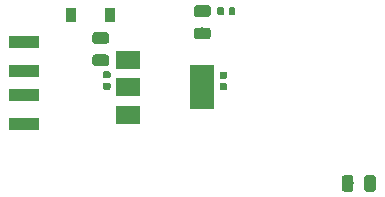
<source format=gbr>
G04 #@! TF.GenerationSoftware,KiCad,Pcbnew,5.0.2-bee76a0~70~ubuntu18.04.1*
G04 #@! TF.CreationDate,2020-06-29T01:54:23-07:00*
G04 #@! TF.ProjectId,qrng,71726e67-2e6b-4696-9361-645f70636258,1*
G04 #@! TF.SameCoordinates,Original*
G04 #@! TF.FileFunction,Paste,Bot*
G04 #@! TF.FilePolarity,Positive*
%FSLAX46Y46*%
G04 Gerber Fmt 4.6, Leading zero omitted, Abs format (unit mm)*
G04 Created by KiCad (PCBNEW 5.0.2-bee76a0~70~ubuntu18.04.1) date Mon 29 Jun 2020 01:54:23 AM MST*
%MOMM*%
%LPD*%
G01*
G04 APERTURE LIST*
%ADD10R,2.500000X1.100000*%
%ADD11C,0.100000*%
%ADD12C,0.590000*%
%ADD13R,0.900000X1.200000*%
%ADD14C,0.975000*%
%ADD15R,2.000000X1.500000*%
%ADD16R,2.000000X3.800000*%
G04 APERTURE END LIST*
D10*
G04 #@! TO.C,J1*
X128400000Y-103500000D03*
X128400000Y-96500000D03*
X128400000Y-101000000D03*
X128400000Y-99000000D03*
G04 #@! TD*
D11*
G04 #@! TO.C,C8*
G36*
X135596958Y-99980710D02*
X135611276Y-99982834D01*
X135625317Y-99986351D01*
X135638946Y-99991228D01*
X135652031Y-99997417D01*
X135664447Y-100004858D01*
X135676073Y-100013481D01*
X135686798Y-100023202D01*
X135696519Y-100033927D01*
X135705142Y-100045553D01*
X135712583Y-100057969D01*
X135718772Y-100071054D01*
X135723649Y-100084683D01*
X135727166Y-100098724D01*
X135729290Y-100113042D01*
X135730000Y-100127500D01*
X135730000Y-100422500D01*
X135729290Y-100436958D01*
X135727166Y-100451276D01*
X135723649Y-100465317D01*
X135718772Y-100478946D01*
X135712583Y-100492031D01*
X135705142Y-100504447D01*
X135696519Y-100516073D01*
X135686798Y-100526798D01*
X135676073Y-100536519D01*
X135664447Y-100545142D01*
X135652031Y-100552583D01*
X135638946Y-100558772D01*
X135625317Y-100563649D01*
X135611276Y-100567166D01*
X135596958Y-100569290D01*
X135582500Y-100570000D01*
X135237500Y-100570000D01*
X135223042Y-100569290D01*
X135208724Y-100567166D01*
X135194683Y-100563649D01*
X135181054Y-100558772D01*
X135167969Y-100552583D01*
X135155553Y-100545142D01*
X135143927Y-100536519D01*
X135133202Y-100526798D01*
X135123481Y-100516073D01*
X135114858Y-100504447D01*
X135107417Y-100492031D01*
X135101228Y-100478946D01*
X135096351Y-100465317D01*
X135092834Y-100451276D01*
X135090710Y-100436958D01*
X135090000Y-100422500D01*
X135090000Y-100127500D01*
X135090710Y-100113042D01*
X135092834Y-100098724D01*
X135096351Y-100084683D01*
X135101228Y-100071054D01*
X135107417Y-100057969D01*
X135114858Y-100045553D01*
X135123481Y-100033927D01*
X135133202Y-100023202D01*
X135143927Y-100013481D01*
X135155553Y-100004858D01*
X135167969Y-99997417D01*
X135181054Y-99991228D01*
X135194683Y-99986351D01*
X135208724Y-99982834D01*
X135223042Y-99980710D01*
X135237500Y-99980000D01*
X135582500Y-99980000D01*
X135596958Y-99980710D01*
X135596958Y-99980710D01*
G37*
D12*
X135410000Y-100275000D03*
D11*
G36*
X135596958Y-99010710D02*
X135611276Y-99012834D01*
X135625317Y-99016351D01*
X135638946Y-99021228D01*
X135652031Y-99027417D01*
X135664447Y-99034858D01*
X135676073Y-99043481D01*
X135686798Y-99053202D01*
X135696519Y-99063927D01*
X135705142Y-99075553D01*
X135712583Y-99087969D01*
X135718772Y-99101054D01*
X135723649Y-99114683D01*
X135727166Y-99128724D01*
X135729290Y-99143042D01*
X135730000Y-99157500D01*
X135730000Y-99452500D01*
X135729290Y-99466958D01*
X135727166Y-99481276D01*
X135723649Y-99495317D01*
X135718772Y-99508946D01*
X135712583Y-99522031D01*
X135705142Y-99534447D01*
X135696519Y-99546073D01*
X135686798Y-99556798D01*
X135676073Y-99566519D01*
X135664447Y-99575142D01*
X135652031Y-99582583D01*
X135638946Y-99588772D01*
X135625317Y-99593649D01*
X135611276Y-99597166D01*
X135596958Y-99599290D01*
X135582500Y-99600000D01*
X135237500Y-99600000D01*
X135223042Y-99599290D01*
X135208724Y-99597166D01*
X135194683Y-99593649D01*
X135181054Y-99588772D01*
X135167969Y-99582583D01*
X135155553Y-99575142D01*
X135143927Y-99566519D01*
X135133202Y-99556798D01*
X135123481Y-99546073D01*
X135114858Y-99534447D01*
X135107417Y-99522031D01*
X135101228Y-99508946D01*
X135096351Y-99495317D01*
X135092834Y-99481276D01*
X135090710Y-99466958D01*
X135090000Y-99452500D01*
X135090000Y-99157500D01*
X135090710Y-99143042D01*
X135092834Y-99128724D01*
X135096351Y-99114683D01*
X135101228Y-99101054D01*
X135107417Y-99087969D01*
X135114858Y-99075553D01*
X135123481Y-99063927D01*
X135133202Y-99053202D01*
X135143927Y-99043481D01*
X135155553Y-99034858D01*
X135167969Y-99027417D01*
X135181054Y-99021228D01*
X135194683Y-99016351D01*
X135208724Y-99012834D01*
X135223042Y-99010710D01*
X135237500Y-99010000D01*
X135582500Y-99010000D01*
X135596958Y-99010710D01*
X135596958Y-99010710D01*
G37*
D12*
X135410000Y-99305000D03*
G04 #@! TD*
D11*
G04 #@! TO.C,C9*
G36*
X145466958Y-100015710D02*
X145481276Y-100017834D01*
X145495317Y-100021351D01*
X145508946Y-100026228D01*
X145522031Y-100032417D01*
X145534447Y-100039858D01*
X145546073Y-100048481D01*
X145556798Y-100058202D01*
X145566519Y-100068927D01*
X145575142Y-100080553D01*
X145582583Y-100092969D01*
X145588772Y-100106054D01*
X145593649Y-100119683D01*
X145597166Y-100133724D01*
X145599290Y-100148042D01*
X145600000Y-100162500D01*
X145600000Y-100457500D01*
X145599290Y-100471958D01*
X145597166Y-100486276D01*
X145593649Y-100500317D01*
X145588772Y-100513946D01*
X145582583Y-100527031D01*
X145575142Y-100539447D01*
X145566519Y-100551073D01*
X145556798Y-100561798D01*
X145546073Y-100571519D01*
X145534447Y-100580142D01*
X145522031Y-100587583D01*
X145508946Y-100593772D01*
X145495317Y-100598649D01*
X145481276Y-100602166D01*
X145466958Y-100604290D01*
X145452500Y-100605000D01*
X145107500Y-100605000D01*
X145093042Y-100604290D01*
X145078724Y-100602166D01*
X145064683Y-100598649D01*
X145051054Y-100593772D01*
X145037969Y-100587583D01*
X145025553Y-100580142D01*
X145013927Y-100571519D01*
X145003202Y-100561798D01*
X144993481Y-100551073D01*
X144984858Y-100539447D01*
X144977417Y-100527031D01*
X144971228Y-100513946D01*
X144966351Y-100500317D01*
X144962834Y-100486276D01*
X144960710Y-100471958D01*
X144960000Y-100457500D01*
X144960000Y-100162500D01*
X144960710Y-100148042D01*
X144962834Y-100133724D01*
X144966351Y-100119683D01*
X144971228Y-100106054D01*
X144977417Y-100092969D01*
X144984858Y-100080553D01*
X144993481Y-100068927D01*
X145003202Y-100058202D01*
X145013927Y-100048481D01*
X145025553Y-100039858D01*
X145037969Y-100032417D01*
X145051054Y-100026228D01*
X145064683Y-100021351D01*
X145078724Y-100017834D01*
X145093042Y-100015710D01*
X145107500Y-100015000D01*
X145452500Y-100015000D01*
X145466958Y-100015710D01*
X145466958Y-100015710D01*
G37*
D12*
X145280000Y-100310000D03*
D11*
G36*
X145466958Y-99045710D02*
X145481276Y-99047834D01*
X145495317Y-99051351D01*
X145508946Y-99056228D01*
X145522031Y-99062417D01*
X145534447Y-99069858D01*
X145546073Y-99078481D01*
X145556798Y-99088202D01*
X145566519Y-99098927D01*
X145575142Y-99110553D01*
X145582583Y-99122969D01*
X145588772Y-99136054D01*
X145593649Y-99149683D01*
X145597166Y-99163724D01*
X145599290Y-99178042D01*
X145600000Y-99192500D01*
X145600000Y-99487500D01*
X145599290Y-99501958D01*
X145597166Y-99516276D01*
X145593649Y-99530317D01*
X145588772Y-99543946D01*
X145582583Y-99557031D01*
X145575142Y-99569447D01*
X145566519Y-99581073D01*
X145556798Y-99591798D01*
X145546073Y-99601519D01*
X145534447Y-99610142D01*
X145522031Y-99617583D01*
X145508946Y-99623772D01*
X145495317Y-99628649D01*
X145481276Y-99632166D01*
X145466958Y-99634290D01*
X145452500Y-99635000D01*
X145107500Y-99635000D01*
X145093042Y-99634290D01*
X145078724Y-99632166D01*
X145064683Y-99628649D01*
X145051054Y-99623772D01*
X145037969Y-99617583D01*
X145025553Y-99610142D01*
X145013927Y-99601519D01*
X145003202Y-99591798D01*
X144993481Y-99581073D01*
X144984858Y-99569447D01*
X144977417Y-99557031D01*
X144971228Y-99543946D01*
X144966351Y-99530317D01*
X144962834Y-99516276D01*
X144960710Y-99501958D01*
X144960000Y-99487500D01*
X144960000Y-99192500D01*
X144960710Y-99178042D01*
X144962834Y-99163724D01*
X144966351Y-99149683D01*
X144971228Y-99136054D01*
X144977417Y-99122969D01*
X144984858Y-99110553D01*
X144993481Y-99098927D01*
X145003202Y-99088202D01*
X145013927Y-99078481D01*
X145025553Y-99069858D01*
X145037969Y-99062417D01*
X145051054Y-99056228D01*
X145064683Y-99051351D01*
X145078724Y-99047834D01*
X145093042Y-99045710D01*
X145107500Y-99045000D01*
X145452500Y-99045000D01*
X145466958Y-99045710D01*
X145466958Y-99045710D01*
G37*
D12*
X145280000Y-99340000D03*
G04 #@! TD*
D11*
G04 #@! TO.C,C10*
G36*
X146176958Y-93590710D02*
X146191276Y-93592834D01*
X146205317Y-93596351D01*
X146218946Y-93601228D01*
X146232031Y-93607417D01*
X146244447Y-93614858D01*
X146256073Y-93623481D01*
X146266798Y-93633202D01*
X146276519Y-93643927D01*
X146285142Y-93655553D01*
X146292583Y-93667969D01*
X146298772Y-93681054D01*
X146303649Y-93694683D01*
X146307166Y-93708724D01*
X146309290Y-93723042D01*
X146310000Y-93737500D01*
X146310000Y-94082500D01*
X146309290Y-94096958D01*
X146307166Y-94111276D01*
X146303649Y-94125317D01*
X146298772Y-94138946D01*
X146292583Y-94152031D01*
X146285142Y-94164447D01*
X146276519Y-94176073D01*
X146266798Y-94186798D01*
X146256073Y-94196519D01*
X146244447Y-94205142D01*
X146232031Y-94212583D01*
X146218946Y-94218772D01*
X146205317Y-94223649D01*
X146191276Y-94227166D01*
X146176958Y-94229290D01*
X146162500Y-94230000D01*
X145867500Y-94230000D01*
X145853042Y-94229290D01*
X145838724Y-94227166D01*
X145824683Y-94223649D01*
X145811054Y-94218772D01*
X145797969Y-94212583D01*
X145785553Y-94205142D01*
X145773927Y-94196519D01*
X145763202Y-94186798D01*
X145753481Y-94176073D01*
X145744858Y-94164447D01*
X145737417Y-94152031D01*
X145731228Y-94138946D01*
X145726351Y-94125317D01*
X145722834Y-94111276D01*
X145720710Y-94096958D01*
X145720000Y-94082500D01*
X145720000Y-93737500D01*
X145720710Y-93723042D01*
X145722834Y-93708724D01*
X145726351Y-93694683D01*
X145731228Y-93681054D01*
X145737417Y-93667969D01*
X145744858Y-93655553D01*
X145753481Y-93643927D01*
X145763202Y-93633202D01*
X145773927Y-93623481D01*
X145785553Y-93614858D01*
X145797969Y-93607417D01*
X145811054Y-93601228D01*
X145824683Y-93596351D01*
X145838724Y-93592834D01*
X145853042Y-93590710D01*
X145867500Y-93590000D01*
X146162500Y-93590000D01*
X146176958Y-93590710D01*
X146176958Y-93590710D01*
G37*
D12*
X146015000Y-93910000D03*
D11*
G36*
X145206958Y-93590710D02*
X145221276Y-93592834D01*
X145235317Y-93596351D01*
X145248946Y-93601228D01*
X145262031Y-93607417D01*
X145274447Y-93614858D01*
X145286073Y-93623481D01*
X145296798Y-93633202D01*
X145306519Y-93643927D01*
X145315142Y-93655553D01*
X145322583Y-93667969D01*
X145328772Y-93681054D01*
X145333649Y-93694683D01*
X145337166Y-93708724D01*
X145339290Y-93723042D01*
X145340000Y-93737500D01*
X145340000Y-94082500D01*
X145339290Y-94096958D01*
X145337166Y-94111276D01*
X145333649Y-94125317D01*
X145328772Y-94138946D01*
X145322583Y-94152031D01*
X145315142Y-94164447D01*
X145306519Y-94176073D01*
X145296798Y-94186798D01*
X145286073Y-94196519D01*
X145274447Y-94205142D01*
X145262031Y-94212583D01*
X145248946Y-94218772D01*
X145235317Y-94223649D01*
X145221276Y-94227166D01*
X145206958Y-94229290D01*
X145192500Y-94230000D01*
X144897500Y-94230000D01*
X144883042Y-94229290D01*
X144868724Y-94227166D01*
X144854683Y-94223649D01*
X144841054Y-94218772D01*
X144827969Y-94212583D01*
X144815553Y-94205142D01*
X144803927Y-94196519D01*
X144793202Y-94186798D01*
X144783481Y-94176073D01*
X144774858Y-94164447D01*
X144767417Y-94152031D01*
X144761228Y-94138946D01*
X144756351Y-94125317D01*
X144752834Y-94111276D01*
X144750710Y-94096958D01*
X144750000Y-94082500D01*
X144750000Y-93737500D01*
X144750710Y-93723042D01*
X144752834Y-93708724D01*
X144756351Y-93694683D01*
X144761228Y-93681054D01*
X144767417Y-93667969D01*
X144774858Y-93655553D01*
X144783481Y-93643927D01*
X144793202Y-93633202D01*
X144803927Y-93623481D01*
X144815553Y-93614858D01*
X144827969Y-93607417D01*
X144841054Y-93601228D01*
X144854683Y-93596351D01*
X144868724Y-93592834D01*
X144883042Y-93590710D01*
X144897500Y-93590000D01*
X145192500Y-93590000D01*
X145206958Y-93590710D01*
X145206958Y-93590710D01*
G37*
D12*
X145045000Y-93910000D03*
G04 #@! TD*
D13*
G04 #@! TO.C,D1*
X132410000Y-94240000D03*
X135710000Y-94240000D03*
G04 #@! TD*
D11*
G04 #@! TO.C,FB1*
G36*
X135380142Y-95706174D02*
X135403803Y-95709684D01*
X135427007Y-95715496D01*
X135449529Y-95723554D01*
X135471153Y-95733782D01*
X135491670Y-95746079D01*
X135510883Y-95760329D01*
X135528607Y-95776393D01*
X135544671Y-95794117D01*
X135558921Y-95813330D01*
X135571218Y-95833847D01*
X135581446Y-95855471D01*
X135589504Y-95877993D01*
X135595316Y-95901197D01*
X135598826Y-95924858D01*
X135600000Y-95948750D01*
X135600000Y-96436250D01*
X135598826Y-96460142D01*
X135595316Y-96483803D01*
X135589504Y-96507007D01*
X135581446Y-96529529D01*
X135571218Y-96551153D01*
X135558921Y-96571670D01*
X135544671Y-96590883D01*
X135528607Y-96608607D01*
X135510883Y-96624671D01*
X135491670Y-96638921D01*
X135471153Y-96651218D01*
X135449529Y-96661446D01*
X135427007Y-96669504D01*
X135403803Y-96675316D01*
X135380142Y-96678826D01*
X135356250Y-96680000D01*
X134443750Y-96680000D01*
X134419858Y-96678826D01*
X134396197Y-96675316D01*
X134372993Y-96669504D01*
X134350471Y-96661446D01*
X134328847Y-96651218D01*
X134308330Y-96638921D01*
X134289117Y-96624671D01*
X134271393Y-96608607D01*
X134255329Y-96590883D01*
X134241079Y-96571670D01*
X134228782Y-96551153D01*
X134218554Y-96529529D01*
X134210496Y-96507007D01*
X134204684Y-96483803D01*
X134201174Y-96460142D01*
X134200000Y-96436250D01*
X134200000Y-95948750D01*
X134201174Y-95924858D01*
X134204684Y-95901197D01*
X134210496Y-95877993D01*
X134218554Y-95855471D01*
X134228782Y-95833847D01*
X134241079Y-95813330D01*
X134255329Y-95794117D01*
X134271393Y-95776393D01*
X134289117Y-95760329D01*
X134308330Y-95746079D01*
X134328847Y-95733782D01*
X134350471Y-95723554D01*
X134372993Y-95715496D01*
X134396197Y-95709684D01*
X134419858Y-95706174D01*
X134443750Y-95705000D01*
X135356250Y-95705000D01*
X135380142Y-95706174D01*
X135380142Y-95706174D01*
G37*
D14*
X134900000Y-96192500D03*
D11*
G36*
X135380142Y-97581174D02*
X135403803Y-97584684D01*
X135427007Y-97590496D01*
X135449529Y-97598554D01*
X135471153Y-97608782D01*
X135491670Y-97621079D01*
X135510883Y-97635329D01*
X135528607Y-97651393D01*
X135544671Y-97669117D01*
X135558921Y-97688330D01*
X135571218Y-97708847D01*
X135581446Y-97730471D01*
X135589504Y-97752993D01*
X135595316Y-97776197D01*
X135598826Y-97799858D01*
X135600000Y-97823750D01*
X135600000Y-98311250D01*
X135598826Y-98335142D01*
X135595316Y-98358803D01*
X135589504Y-98382007D01*
X135581446Y-98404529D01*
X135571218Y-98426153D01*
X135558921Y-98446670D01*
X135544671Y-98465883D01*
X135528607Y-98483607D01*
X135510883Y-98499671D01*
X135491670Y-98513921D01*
X135471153Y-98526218D01*
X135449529Y-98536446D01*
X135427007Y-98544504D01*
X135403803Y-98550316D01*
X135380142Y-98553826D01*
X135356250Y-98555000D01*
X134443750Y-98555000D01*
X134419858Y-98553826D01*
X134396197Y-98550316D01*
X134372993Y-98544504D01*
X134350471Y-98536446D01*
X134328847Y-98526218D01*
X134308330Y-98513921D01*
X134289117Y-98499671D01*
X134271393Y-98483607D01*
X134255329Y-98465883D01*
X134241079Y-98446670D01*
X134228782Y-98426153D01*
X134218554Y-98404529D01*
X134210496Y-98382007D01*
X134204684Y-98358803D01*
X134201174Y-98335142D01*
X134200000Y-98311250D01*
X134200000Y-97823750D01*
X134201174Y-97799858D01*
X134204684Y-97776197D01*
X134210496Y-97752993D01*
X134218554Y-97730471D01*
X134228782Y-97708847D01*
X134241079Y-97688330D01*
X134255329Y-97669117D01*
X134271393Y-97651393D01*
X134289117Y-97635329D01*
X134308330Y-97621079D01*
X134328847Y-97608782D01*
X134350471Y-97598554D01*
X134372993Y-97590496D01*
X134396197Y-97584684D01*
X134419858Y-97581174D01*
X134443750Y-97580000D01*
X135356250Y-97580000D01*
X135380142Y-97581174D01*
X135380142Y-97581174D01*
G37*
D14*
X134900000Y-98067500D03*
G04 #@! TD*
D11*
G04 #@! TO.C,FB2*
G36*
X143990142Y-95298674D02*
X144013803Y-95302184D01*
X144037007Y-95307996D01*
X144059529Y-95316054D01*
X144081153Y-95326282D01*
X144101670Y-95338579D01*
X144120883Y-95352829D01*
X144138607Y-95368893D01*
X144154671Y-95386617D01*
X144168921Y-95405830D01*
X144181218Y-95426347D01*
X144191446Y-95447971D01*
X144199504Y-95470493D01*
X144205316Y-95493697D01*
X144208826Y-95517358D01*
X144210000Y-95541250D01*
X144210000Y-96028750D01*
X144208826Y-96052642D01*
X144205316Y-96076303D01*
X144199504Y-96099507D01*
X144191446Y-96122029D01*
X144181218Y-96143653D01*
X144168921Y-96164170D01*
X144154671Y-96183383D01*
X144138607Y-96201107D01*
X144120883Y-96217171D01*
X144101670Y-96231421D01*
X144081153Y-96243718D01*
X144059529Y-96253946D01*
X144037007Y-96262004D01*
X144013803Y-96267816D01*
X143990142Y-96271326D01*
X143966250Y-96272500D01*
X143053750Y-96272500D01*
X143029858Y-96271326D01*
X143006197Y-96267816D01*
X142982993Y-96262004D01*
X142960471Y-96253946D01*
X142938847Y-96243718D01*
X142918330Y-96231421D01*
X142899117Y-96217171D01*
X142881393Y-96201107D01*
X142865329Y-96183383D01*
X142851079Y-96164170D01*
X142838782Y-96143653D01*
X142828554Y-96122029D01*
X142820496Y-96099507D01*
X142814684Y-96076303D01*
X142811174Y-96052642D01*
X142810000Y-96028750D01*
X142810000Y-95541250D01*
X142811174Y-95517358D01*
X142814684Y-95493697D01*
X142820496Y-95470493D01*
X142828554Y-95447971D01*
X142838782Y-95426347D01*
X142851079Y-95405830D01*
X142865329Y-95386617D01*
X142881393Y-95368893D01*
X142899117Y-95352829D01*
X142918330Y-95338579D01*
X142938847Y-95326282D01*
X142960471Y-95316054D01*
X142982993Y-95307996D01*
X143006197Y-95302184D01*
X143029858Y-95298674D01*
X143053750Y-95297500D01*
X143966250Y-95297500D01*
X143990142Y-95298674D01*
X143990142Y-95298674D01*
G37*
D14*
X143510000Y-95785000D03*
D11*
G36*
X143990142Y-93423674D02*
X144013803Y-93427184D01*
X144037007Y-93432996D01*
X144059529Y-93441054D01*
X144081153Y-93451282D01*
X144101670Y-93463579D01*
X144120883Y-93477829D01*
X144138607Y-93493893D01*
X144154671Y-93511617D01*
X144168921Y-93530830D01*
X144181218Y-93551347D01*
X144191446Y-93572971D01*
X144199504Y-93595493D01*
X144205316Y-93618697D01*
X144208826Y-93642358D01*
X144210000Y-93666250D01*
X144210000Y-94153750D01*
X144208826Y-94177642D01*
X144205316Y-94201303D01*
X144199504Y-94224507D01*
X144191446Y-94247029D01*
X144181218Y-94268653D01*
X144168921Y-94289170D01*
X144154671Y-94308383D01*
X144138607Y-94326107D01*
X144120883Y-94342171D01*
X144101670Y-94356421D01*
X144081153Y-94368718D01*
X144059529Y-94378946D01*
X144037007Y-94387004D01*
X144013803Y-94392816D01*
X143990142Y-94396326D01*
X143966250Y-94397500D01*
X143053750Y-94397500D01*
X143029858Y-94396326D01*
X143006197Y-94392816D01*
X142982993Y-94387004D01*
X142960471Y-94378946D01*
X142938847Y-94368718D01*
X142918330Y-94356421D01*
X142899117Y-94342171D01*
X142881393Y-94326107D01*
X142865329Y-94308383D01*
X142851079Y-94289170D01*
X142838782Y-94268653D01*
X142828554Y-94247029D01*
X142820496Y-94224507D01*
X142814684Y-94201303D01*
X142811174Y-94177642D01*
X142810000Y-94153750D01*
X142810000Y-93666250D01*
X142811174Y-93642358D01*
X142814684Y-93618697D01*
X142820496Y-93595493D01*
X142828554Y-93572971D01*
X142838782Y-93551347D01*
X142851079Y-93530830D01*
X142865329Y-93511617D01*
X142881393Y-93493893D01*
X142899117Y-93477829D01*
X142918330Y-93463579D01*
X142938847Y-93451282D01*
X142960471Y-93441054D01*
X142982993Y-93432996D01*
X143006197Y-93427184D01*
X143029858Y-93423674D01*
X143053750Y-93422500D01*
X143966250Y-93422500D01*
X143990142Y-93423674D01*
X143990142Y-93423674D01*
G37*
D14*
X143510000Y-93910000D03*
G04 #@! TD*
D15*
G04 #@! TO.C,U1*
X137200000Y-102670000D03*
X137200000Y-98070000D03*
X137200000Y-100370000D03*
D16*
X143500000Y-100370000D03*
G04 #@! TD*
D11*
G04 #@! TO.C,D2*
G36*
X156080142Y-107801174D02*
X156103803Y-107804684D01*
X156127007Y-107810496D01*
X156149529Y-107818554D01*
X156171153Y-107828782D01*
X156191670Y-107841079D01*
X156210883Y-107855329D01*
X156228607Y-107871393D01*
X156244671Y-107889117D01*
X156258921Y-107908330D01*
X156271218Y-107928847D01*
X156281446Y-107950471D01*
X156289504Y-107972993D01*
X156295316Y-107996197D01*
X156298826Y-108019858D01*
X156300000Y-108043750D01*
X156300000Y-108956250D01*
X156298826Y-108980142D01*
X156295316Y-109003803D01*
X156289504Y-109027007D01*
X156281446Y-109049529D01*
X156271218Y-109071153D01*
X156258921Y-109091670D01*
X156244671Y-109110883D01*
X156228607Y-109128607D01*
X156210883Y-109144671D01*
X156191670Y-109158921D01*
X156171153Y-109171218D01*
X156149529Y-109181446D01*
X156127007Y-109189504D01*
X156103803Y-109195316D01*
X156080142Y-109198826D01*
X156056250Y-109200000D01*
X155568750Y-109200000D01*
X155544858Y-109198826D01*
X155521197Y-109195316D01*
X155497993Y-109189504D01*
X155475471Y-109181446D01*
X155453847Y-109171218D01*
X155433330Y-109158921D01*
X155414117Y-109144671D01*
X155396393Y-109128607D01*
X155380329Y-109110883D01*
X155366079Y-109091670D01*
X155353782Y-109071153D01*
X155343554Y-109049529D01*
X155335496Y-109027007D01*
X155329684Y-109003803D01*
X155326174Y-108980142D01*
X155325000Y-108956250D01*
X155325000Y-108043750D01*
X155326174Y-108019858D01*
X155329684Y-107996197D01*
X155335496Y-107972993D01*
X155343554Y-107950471D01*
X155353782Y-107928847D01*
X155366079Y-107908330D01*
X155380329Y-107889117D01*
X155396393Y-107871393D01*
X155414117Y-107855329D01*
X155433330Y-107841079D01*
X155453847Y-107828782D01*
X155475471Y-107818554D01*
X155497993Y-107810496D01*
X155521197Y-107804684D01*
X155544858Y-107801174D01*
X155568750Y-107800000D01*
X156056250Y-107800000D01*
X156080142Y-107801174D01*
X156080142Y-107801174D01*
G37*
D14*
X155812500Y-108500000D03*
D11*
G36*
X157955142Y-107801174D02*
X157978803Y-107804684D01*
X158002007Y-107810496D01*
X158024529Y-107818554D01*
X158046153Y-107828782D01*
X158066670Y-107841079D01*
X158085883Y-107855329D01*
X158103607Y-107871393D01*
X158119671Y-107889117D01*
X158133921Y-107908330D01*
X158146218Y-107928847D01*
X158156446Y-107950471D01*
X158164504Y-107972993D01*
X158170316Y-107996197D01*
X158173826Y-108019858D01*
X158175000Y-108043750D01*
X158175000Y-108956250D01*
X158173826Y-108980142D01*
X158170316Y-109003803D01*
X158164504Y-109027007D01*
X158156446Y-109049529D01*
X158146218Y-109071153D01*
X158133921Y-109091670D01*
X158119671Y-109110883D01*
X158103607Y-109128607D01*
X158085883Y-109144671D01*
X158066670Y-109158921D01*
X158046153Y-109171218D01*
X158024529Y-109181446D01*
X158002007Y-109189504D01*
X157978803Y-109195316D01*
X157955142Y-109198826D01*
X157931250Y-109200000D01*
X157443750Y-109200000D01*
X157419858Y-109198826D01*
X157396197Y-109195316D01*
X157372993Y-109189504D01*
X157350471Y-109181446D01*
X157328847Y-109171218D01*
X157308330Y-109158921D01*
X157289117Y-109144671D01*
X157271393Y-109128607D01*
X157255329Y-109110883D01*
X157241079Y-109091670D01*
X157228782Y-109071153D01*
X157218554Y-109049529D01*
X157210496Y-109027007D01*
X157204684Y-109003803D01*
X157201174Y-108980142D01*
X157200000Y-108956250D01*
X157200000Y-108043750D01*
X157201174Y-108019858D01*
X157204684Y-107996197D01*
X157210496Y-107972993D01*
X157218554Y-107950471D01*
X157228782Y-107928847D01*
X157241079Y-107908330D01*
X157255329Y-107889117D01*
X157271393Y-107871393D01*
X157289117Y-107855329D01*
X157308330Y-107841079D01*
X157328847Y-107828782D01*
X157350471Y-107818554D01*
X157372993Y-107810496D01*
X157396197Y-107804684D01*
X157419858Y-107801174D01*
X157443750Y-107800000D01*
X157931250Y-107800000D01*
X157955142Y-107801174D01*
X157955142Y-107801174D01*
G37*
D14*
X157687500Y-108500000D03*
G04 #@! TD*
M02*

</source>
